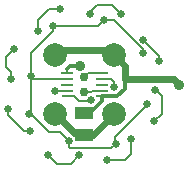
<source format=gbl>
G04 (created by PCBNEW (2013-09-18 BZR 4323)-product) date Mon 23 Sep 2013 04:44:18 PM CEST*
%MOIN*%
G04 Gerber Fmt 3.4, Leading zero omitted, Abs format*
%FSLAX34Y34*%
G01*
G70*
G90*
G04 APERTURE LIST*
%ADD10C,0.005906*%
%ADD11R,0.059000X0.043307*%
%ADD12C,0.029528*%
%ADD13O,0.039370X0.009843*%
%ADD14R,0.039370X0.009843*%
%ADD15C,0.078740*%
%ADD16C,0.025000*%
%ADD17C,0.035000*%
%ADD18C,0.008000*%
%ADD19C,0.012000*%
%ADD20C,0.024000*%
G04 APERTURE END LIST*
G54D10*
G54D11*
X29527Y-25354D03*
X29527Y-26102D03*
G54D12*
X29527Y-24659D03*
X29527Y-24159D03*
G54D13*
X28937Y-24803D03*
G54D14*
X28937Y-24606D03*
X28937Y-24409D03*
X28937Y-24212D03*
X28937Y-24015D03*
X30118Y-24015D03*
X30118Y-24212D03*
X30118Y-24409D03*
X30118Y-24606D03*
X30118Y-24803D03*
G54D15*
X28543Y-25393D03*
X28543Y-23425D03*
X30511Y-23425D03*
X30511Y-25393D03*
G54D16*
X28543Y-24625D03*
X30570Y-26377D03*
X30180Y-22268D03*
X31476Y-23366D03*
X31614Y-25039D03*
X27677Y-25393D03*
X29015Y-26299D03*
X28464Y-22460D03*
X27736Y-24133D03*
G54D17*
X29370Y-23779D03*
G54D16*
X30511Y-24484D03*
X26988Y-25216D03*
X27724Y-25947D03*
X28720Y-21889D03*
X27989Y-22606D03*
X31850Y-25629D03*
X31889Y-24596D03*
X29714Y-22047D03*
X30748Y-22066D03*
X32027Y-23622D03*
X31496Y-22913D03*
X30295Y-26909D03*
X31065Y-26212D03*
X28326Y-26751D03*
X29340Y-26771D03*
X27066Y-24212D03*
X27185Y-23208D03*
X29748Y-24917D03*
G54D17*
X32677Y-24409D03*
G54D18*
X28562Y-24606D02*
X28937Y-24606D01*
X28543Y-24625D02*
X28562Y-24606D01*
X29055Y-26535D02*
X30413Y-26535D01*
X29015Y-26496D02*
X29055Y-26535D01*
X29015Y-26299D02*
X29015Y-26496D01*
X30413Y-26535D02*
X30570Y-26377D01*
X30551Y-26141D02*
X30551Y-26358D01*
X30551Y-26358D02*
X30570Y-26377D01*
X30551Y-26141D02*
X31614Y-25078D01*
X31614Y-25039D02*
X31614Y-25078D01*
X27736Y-24133D02*
X27736Y-25334D01*
X27736Y-25334D02*
X27677Y-25393D01*
X28464Y-22460D02*
X29988Y-22460D01*
X30516Y-22268D02*
X31476Y-23228D01*
X31476Y-23228D02*
X31476Y-23366D01*
X30180Y-22268D02*
X30516Y-22268D01*
X29988Y-22460D02*
X30180Y-22268D01*
X27755Y-25393D02*
X27677Y-25393D01*
X29015Y-26299D02*
X28700Y-25984D01*
X28700Y-25984D02*
X28346Y-25984D01*
X28346Y-25984D02*
X27755Y-25393D01*
X27736Y-24133D02*
X27736Y-23346D01*
X27736Y-23346D02*
X28464Y-22618D01*
X28464Y-22618D02*
X28464Y-22460D01*
X27814Y-24212D02*
X28937Y-24212D01*
X27736Y-24133D02*
X27814Y-24212D01*
G54D19*
X28543Y-25393D02*
X28562Y-25393D01*
G54D20*
X29271Y-26102D02*
X29527Y-26102D01*
X28562Y-25393D02*
X29271Y-26102D01*
X29527Y-26102D02*
X29803Y-26102D01*
X29803Y-26102D02*
X30511Y-25393D01*
G54D19*
X29370Y-23779D02*
X29055Y-23779D01*
G54D18*
X28937Y-23897D02*
X28937Y-24015D01*
G54D19*
X29055Y-23779D02*
X28937Y-23897D01*
G54D18*
X30417Y-24212D02*
X30118Y-24212D01*
X30515Y-24311D02*
X30417Y-24212D01*
X30515Y-24480D02*
X30515Y-24311D01*
X30511Y-24484D02*
X30515Y-24480D01*
X29527Y-24159D02*
X29527Y-24145D01*
X29657Y-24015D02*
X30118Y-24015D01*
X29527Y-24145D02*
X29657Y-24015D01*
X27724Y-25947D02*
X27497Y-25947D01*
X26988Y-25438D02*
X26988Y-25216D01*
X27497Y-25947D02*
X26988Y-25438D01*
X27989Y-22606D02*
X27989Y-22246D01*
X28346Y-21889D02*
X28720Y-21889D01*
X27989Y-22246D02*
X28346Y-21889D01*
X31889Y-24596D02*
X31919Y-24596D01*
X32106Y-25374D02*
X31850Y-25629D01*
X32106Y-24783D02*
X32106Y-25374D01*
X31919Y-24596D02*
X32106Y-24783D01*
X29714Y-22047D02*
X29714Y-21978D01*
X30433Y-21751D02*
X30748Y-22066D01*
X29940Y-21751D02*
X30433Y-21751D01*
X29714Y-21978D02*
X29940Y-21751D01*
X32027Y-23444D02*
X32027Y-23622D01*
X31496Y-22913D02*
X32027Y-23444D01*
X30295Y-26909D02*
X30866Y-26909D01*
X31065Y-26709D02*
X31065Y-26212D01*
X30866Y-26909D02*
X31065Y-26709D01*
X28326Y-26751D02*
X28326Y-26771D01*
X29064Y-27047D02*
X29340Y-26771D01*
X28602Y-27047D02*
X29064Y-27047D01*
X28326Y-26771D02*
X28602Y-27047D01*
X27066Y-24212D02*
X27066Y-23976D01*
X26909Y-23484D02*
X27185Y-23208D01*
X26909Y-23818D02*
X26909Y-23484D01*
X27066Y-23976D02*
X26909Y-23818D01*
X28937Y-24803D02*
X29185Y-24803D01*
X29708Y-24956D02*
X29748Y-24917D01*
X29338Y-24956D02*
X29708Y-24956D01*
X29185Y-24803D02*
X29338Y-24956D01*
X29527Y-24659D02*
X29761Y-24659D01*
X29814Y-24606D02*
X30118Y-24606D01*
X29761Y-24659D02*
X29814Y-24606D01*
G54D20*
X30866Y-24232D02*
X32500Y-24232D01*
X32500Y-24232D02*
X32677Y-24409D01*
G54D19*
X30118Y-24803D02*
X30118Y-24960D01*
X29724Y-25354D02*
X29527Y-25354D01*
X30118Y-24960D02*
X29724Y-25354D01*
X29704Y-25354D02*
X29527Y-25354D01*
G54D20*
X30350Y-23263D02*
X28704Y-23263D01*
X28704Y-23263D02*
X28543Y-23425D01*
X30350Y-23263D02*
X30511Y-23425D01*
G54D19*
X30118Y-24803D02*
X30629Y-24803D01*
G54D20*
X30866Y-23779D02*
X30511Y-23425D01*
G54D19*
X30866Y-24566D02*
X30866Y-24232D01*
G54D20*
X30866Y-24232D02*
X30866Y-23779D01*
G54D19*
X30629Y-24803D02*
X30866Y-24566D01*
M02*

</source>
